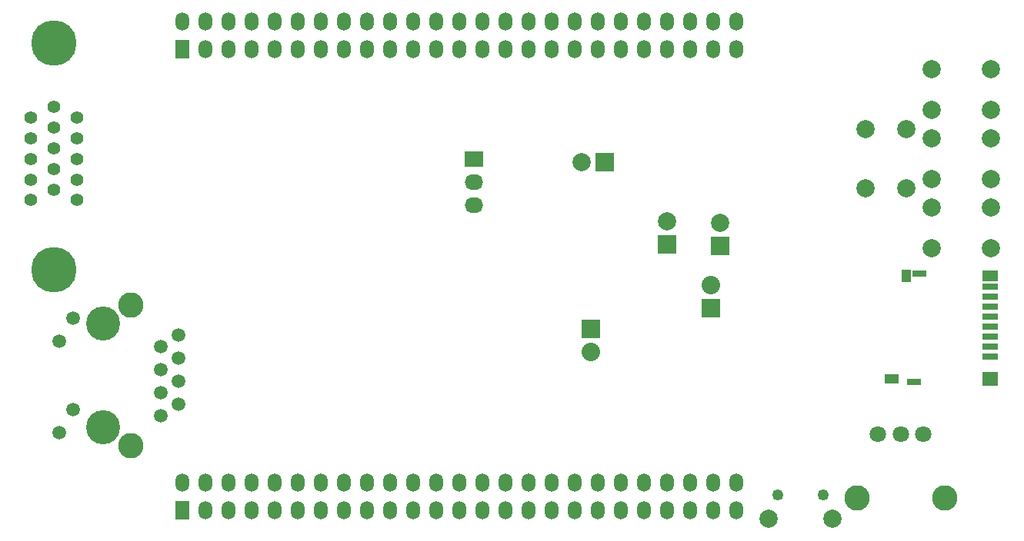
<source format=gbs>
%FSLAX46Y46*%
G04 Gerber Fmt 4.6, Leading zero omitted, Abs format (unit mm)*
G04 Created by KiCad (PCBNEW (2014-08-12 BZR 5067)-product) date sáb 27 sep 2014 09:39:28 ART*
%MOMM*%
G01*
G04 APERTURE LIST*
%ADD10C,0.150000*%
%ADD11O,1.500000X2.000000*%
%ADD12R,1.500000X2.000000*%
%ADD13C,1.800000*%
%ADD14C,2.800000*%
%ADD15R,1.500000X0.800000*%
%ADD16R,1.800000X1.500000*%
%ADD17R,1.800000X1.300000*%
%ADD18R,1.750000X0.700000*%
%ADD19R,1.000000X1.475000*%
%ADD20R,1.550000X1.000000*%
%ADD21C,3.750000*%
%ADD22C,1.500000*%
%ADD23C,5.000000*%
%ADD24C,1.400000*%
%ADD25R,2.032000X1.727200*%
%ADD26O,2.032000X1.727200*%
%ADD27R,2.032000X2.032000*%
%ADD28O,2.032000X2.032000*%
%ADD29C,2.000000*%
%ADD30R,1.998980X1.998980*%
%ADD31C,1.998980*%
%ADD32C,1.250000*%
G04 APERTURE END LIST*
D10*
D11*
X173375250Y-76926250D03*
X170835250Y-76926250D03*
X168295250Y-76926250D03*
X165755250Y-76926250D03*
X163215250Y-76926250D03*
X160675250Y-76926250D03*
X158135250Y-76926250D03*
X155595250Y-76926250D03*
X153055250Y-76926250D03*
X150515250Y-76926250D03*
X147975250Y-76926250D03*
X145435250Y-76926250D03*
X142895250Y-76926250D03*
X140355250Y-76926250D03*
X137815250Y-76926250D03*
X135275250Y-76926250D03*
X132735250Y-76926250D03*
X130195250Y-76926250D03*
X127655250Y-76926250D03*
X125115250Y-76926250D03*
X122575250Y-76926250D03*
X120035250Y-76926250D03*
X117495250Y-76926250D03*
X114955250Y-76926250D03*
D12*
X112415250Y-76926250D03*
D11*
X112415250Y-73886250D03*
X114955250Y-73886250D03*
X117495250Y-73886250D03*
X120035250Y-73886250D03*
X122575250Y-73886250D03*
X125115250Y-73886250D03*
X127655250Y-73886250D03*
X130195250Y-73886250D03*
X132735250Y-73886250D03*
X135275250Y-73886250D03*
X137815250Y-73886250D03*
X140355250Y-73886250D03*
X142895250Y-73886250D03*
X145435250Y-73886250D03*
X147975250Y-73886250D03*
X150515250Y-73886250D03*
X153055250Y-73886250D03*
X155595250Y-73886250D03*
X158135250Y-73886250D03*
X160675250Y-73886250D03*
X163215250Y-73886250D03*
X165755250Y-73886250D03*
X168295250Y-73886250D03*
X170835250Y-73886250D03*
X173375250Y-73886250D03*
X173375250Y-124686250D03*
X170835250Y-124686250D03*
X168295250Y-124686250D03*
X165755250Y-124686250D03*
X163215250Y-124686250D03*
X160675250Y-124686250D03*
X158135250Y-124686250D03*
X155595250Y-124686250D03*
X153055250Y-124686250D03*
X150515250Y-124686250D03*
X147975250Y-124686250D03*
X145435250Y-124686250D03*
X142895250Y-124686250D03*
X140355250Y-124686250D03*
X137815250Y-124686250D03*
X135275250Y-124686250D03*
X132735250Y-124686250D03*
X130195250Y-124686250D03*
X127655250Y-124686250D03*
X125115250Y-124686250D03*
X122575250Y-124686250D03*
X120035250Y-124686250D03*
X117495250Y-124686250D03*
X114955250Y-124686250D03*
X112415250Y-124686250D03*
D12*
X112415250Y-127726250D03*
D11*
X114955250Y-127726250D03*
X117495250Y-127726250D03*
X120035250Y-127726250D03*
X122575250Y-127726250D03*
X125115250Y-127726250D03*
X127655250Y-127726250D03*
X130195250Y-127726250D03*
X132735250Y-127726250D03*
X135275250Y-127726250D03*
X137815250Y-127726250D03*
X140355250Y-127726250D03*
X142895250Y-127726250D03*
X145435250Y-127726250D03*
X147975250Y-127726250D03*
X150515250Y-127726250D03*
X153055250Y-127726250D03*
X155595250Y-127726250D03*
X158135250Y-127726250D03*
X160675250Y-127726250D03*
X163215250Y-127726250D03*
X165755250Y-127726250D03*
X168295250Y-127726250D03*
X170835250Y-127726250D03*
X173375250Y-127726250D03*
D13*
X193952500Y-119380000D03*
X191452500Y-119380000D03*
X188952500Y-119380000D03*
D14*
X186652500Y-126380000D03*
X196252500Y-126380000D03*
D15*
X193524250Y-101617250D03*
D16*
X201274250Y-113242250D03*
D17*
X201274250Y-101892250D03*
D18*
X201249250Y-103092250D03*
X201249250Y-104192250D03*
X201249250Y-105292250D03*
X201249250Y-106392250D03*
X201249250Y-107492250D03*
X201249250Y-108592250D03*
X201249250Y-109692250D03*
X201249250Y-110792250D03*
D15*
X192874250Y-113567250D03*
D19*
X192024250Y-101954750D03*
D20*
X190449250Y-113242250D03*
D21*
X103695250Y-107156250D03*
X103695250Y-118586250D03*
D22*
X110035250Y-117316250D03*
X111985250Y-116046250D03*
X110035250Y-114776250D03*
X111985250Y-113506250D03*
X110035250Y-112236250D03*
X111985250Y-110966250D03*
X110035250Y-109696250D03*
X111985250Y-108426250D03*
X98795250Y-119196250D03*
X100315250Y-116656250D03*
X98795250Y-109086250D03*
X100315250Y-106546250D03*
D14*
X106745250Y-105096250D03*
X106745250Y-120646250D03*
D23*
X98234500Y-76272000D03*
D24*
X100774500Y-89012000D03*
X100774500Y-86732000D03*
X100774500Y-84452000D03*
X100774500Y-91292000D03*
X100774500Y-93572000D03*
X98234500Y-90152000D03*
X98234500Y-87872000D03*
X98234500Y-85592000D03*
X98234500Y-83312000D03*
D23*
X98234500Y-101262000D03*
D24*
X98234500Y-92432000D03*
X95694500Y-84452000D03*
X95694500Y-86772000D03*
X95694500Y-89012000D03*
X95694500Y-91292000D03*
X95694500Y-93572000D03*
D25*
X144430750Y-89058750D03*
D26*
X144430750Y-91598750D03*
X144430750Y-94138750D03*
D27*
X170529250Y-105441750D03*
D28*
X170529250Y-102901750D03*
D27*
X157321250Y-107727750D03*
D28*
X157321250Y-110267750D03*
D29*
X187582810Y-85744050D03*
X192083690Y-92246450D03*
X192083690Y-85744050D03*
X187582810Y-92246450D03*
X194837050Y-98865690D03*
X201339450Y-94364810D03*
X194837050Y-94364810D03*
X201339450Y-98865690D03*
X194837050Y-91245690D03*
X201339450Y-86744810D03*
X194837050Y-86744810D03*
X201339450Y-91245690D03*
X194837050Y-83625690D03*
X201339450Y-79124810D03*
X194837050Y-79124810D03*
X201339450Y-83625690D03*
D30*
X171545250Y-98583750D03*
D31*
X171545250Y-96043750D03*
D30*
X165703250Y-98456750D03*
D31*
X165703250Y-95916750D03*
D30*
X158845250Y-89376250D03*
D31*
X156305250Y-89376250D03*
D29*
X183928900Y-128701800D03*
D32*
X182928900Y-126001800D03*
X177928900Y-126001800D03*
D29*
X176928900Y-128701800D03*
M02*

</source>
